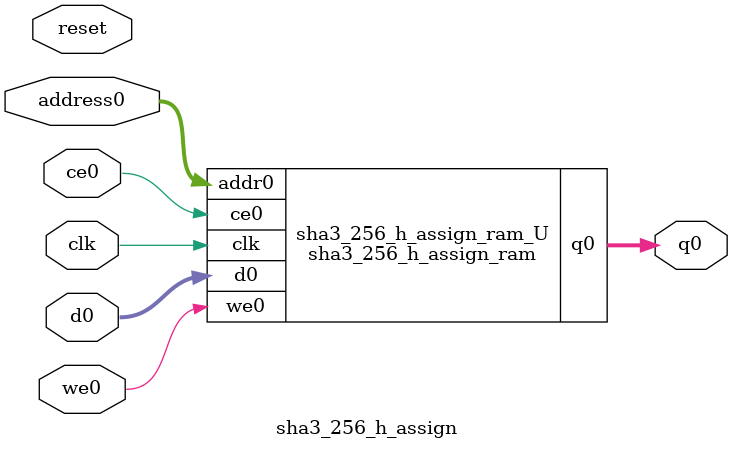
<source format=v>
`timescale 1 ns / 1 ps
module sha3_256_h_assign_ram (addr0, ce0, d0, we0, q0,  clk);

parameter DWIDTH = 8;
parameter AWIDTH = 8;
parameter MEM_SIZE = 136;

input[AWIDTH-1:0] addr0;
input ce0;
input[DWIDTH-1:0] d0;
input we0;
output reg[DWIDTH-1:0] q0;
input clk;

(* ram_style = "block" *)reg [DWIDTH-1:0] ram[0:MEM_SIZE-1];




always @(posedge clk)  
begin 
    if (ce0) 
    begin
        if (we0) 
        begin 
            ram[addr0] <= d0; 
        end 
        q0 <= ram[addr0];
    end
end


endmodule

`timescale 1 ns / 1 ps
module sha3_256_h_assign(
    reset,
    clk,
    address0,
    ce0,
    we0,
    d0,
    q0);

parameter DataWidth = 32'd8;
parameter AddressRange = 32'd136;
parameter AddressWidth = 32'd8;
input reset;
input clk;
input[AddressWidth - 1:0] address0;
input ce0;
input we0;
input[DataWidth - 1:0] d0;
output[DataWidth - 1:0] q0;



sha3_256_h_assign_ram sha3_256_h_assign_ram_U(
    .clk( clk ),
    .addr0( address0 ),
    .ce0( ce0 ),
    .we0( we0 ),
    .d0( d0 ),
    .q0( q0 ));

endmodule


</source>
